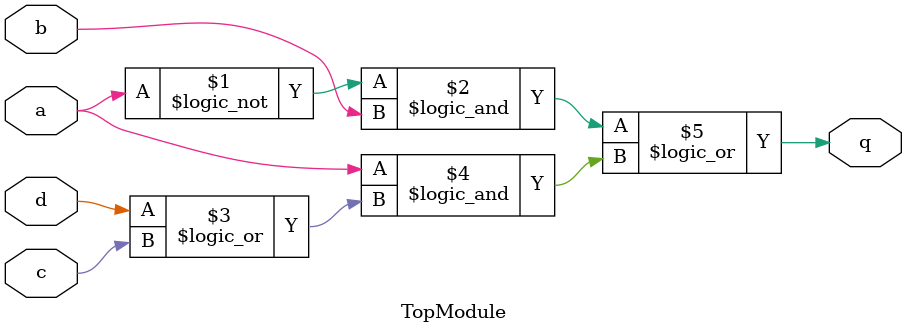
<source format=sv>

module TopModule (
  input a,
  input b,
  input c,
  input d,
  output q
);
assign q = (!a && b) || 
           (a && (d || c));
endmodule

</source>
